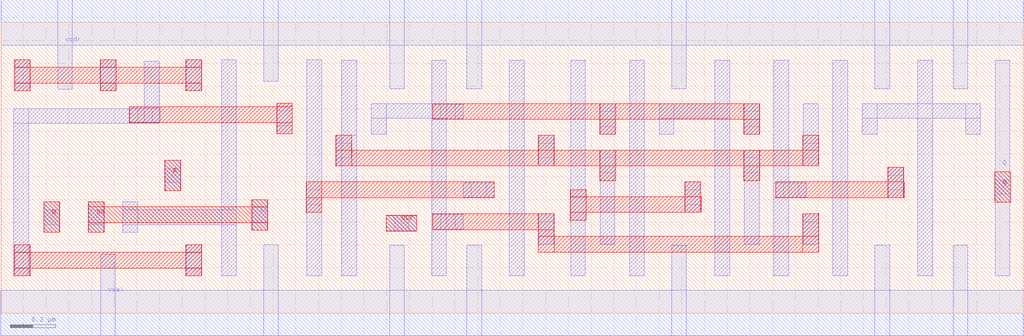
<source format=lef>
VERSION 5.8 ;
BUSBITCHARS "[]" ;
DIVIDERCHAR "/" ;

PROPERTYDEFINITIONS
  LAYER contactResistance REAL ;
END PROPERTYDEFINITIONS

UNITS
  DATABASE MICRONS 2000 ;
END UNITS
MANUFACTURINGGRID 0.0025 ;
LAYER OVERLAP
  TYPE OVERLAP ;
END OVERLAP

LAYER poly
  TYPE MASTERSLICE ;
END poly

LAYER contact
  TYPE CUT ;
  SPACING 0.075 ;
  PROPERTY contactResistance 10.5 ;
END contact

LAYER metal1
  TYPE ROUTING ;
  DIRECTION HORIZONTAL ;
  PITCH 0.19 0.19 ;
  WIDTH 0.065 ;
  SPACING 0.065 ;
  SPACING 0.065 SAMENET ;
  RESISTANCE RPERSQ 0.38 ;
END metal1

LAYER via1
  TYPE CUT ;
  SPACING 0.075 ;
  WIDTH 0.065 ;
  PROPERTY contactResistance 5.69 ;
END via1

LAYER metal2
  TYPE ROUTING ;
  DIRECTION VERTICAL ;
  PITCH 0.19 0.19 ;
  WIDTH 0.07 ;
  SPACING 0.075 ;
  SPACING 0.07 SAMENET ;
  RESISTANCE RPERSQ 0.25 ;
END metal2

LAYER via2
  TYPE CUT ;
  SPACING 0.085 ;
  WIDTH 0.07 ;
  PROPERTY contactResistance 11.39 ;
END via2

LAYER metal3
  TYPE ROUTING ;
  DIRECTION HORIZONTAL ;
  PITCH 0.19 0.19 ;
  WIDTH 0.07 ;
  SPACING 0.07 ;
  SPACING 0.07 SAMENET ;
  RESISTANCE RPERSQ 0.25 ;
END metal3

LAYER via3
  TYPE CUT ;
  SPACING 0.085 ;
  WIDTH 0.07 ;
  PROPERTY contactResistance 16.73 ;
END via3

LAYER metal4
  TYPE ROUTING ;
  DIRECTION VERTICAL ;
  PITCH 0.285 0.285 ;
  WIDTH 0.14 ;
  SPACING 0.14 ;
  SPACING 0.14 SAMENET ;
  RESISTANCE RPERSQ 0.25 ;
END metal4

LAYER via4
  TYPE CUT ;
  SPACING 0.16 ;
  WIDTH 0.14 ;
  PROPERTY contactResistance 21.44 ;
END via4

LAYER metal5
  TYPE ROUTING ;
  DIRECTION HORIZONTAL ;
  PITCH 0.285 0.285 ;
  WIDTH 0.14 ;
  SPACING 0.14 ;
  SPACING 0.14 SAMENET ;
  RESISTANCE RPERSQ 0.25 ;
END metal5

LAYER via5
  TYPE CUT ;
  SPACING 0.16 ;
  WIDTH 0.14 ;
  PROPERTY contactResistance 24.08 ;
END via5

LAYER metal6
  TYPE ROUTING ;
  DIRECTION VERTICAL ;
  PITCH 0.285 0.285 ;
  WIDTH 0.14 ;
  SPACING 0.14 ;
  SPACING 0.14 SAMENET ;
  RESISTANCE RPERSQ 0.25 ;
END metal6

LAYER via6
  TYPE CUT ;
  SPACING 0.16 ;
  WIDTH 0.14 ;
  PROPERTY contactResistance 11.39 ;
END via6

LAYER metal7
  TYPE ROUTING ;
  DIRECTION HORIZONTAL ;
  PITCH 0.855 0.855 ;
  WIDTH 0.4 ;
  SPACING 0.44 ;
  SPACING 0.44 SAMENET ;
  RESISTANCE RPERSQ 0.25 ;
END metal7

LAYER via7
  TYPE CUT ;
  SPACING 0.44 ;
  WIDTH 0.4 ;
  PROPERTY contactResistance 5.69 ;
END via7

LAYER metal8
  TYPE ROUTING ;
  DIRECTION VERTICAL ;
  PITCH 0.855 0.855 ;
  WIDTH 0.4 ;
  SPACING 0.44 ;
  SPACING 0.44 SAMENET ;
  RESISTANCE RPERSQ 0.25 ;
END metal8

LAYER via8
  TYPE CUT ;
  SPACING 0.44 ;
  WIDTH 0.4 ;
  PROPERTY contactResistance 16.73 ;
END via8

LAYER metal9
  TYPE ROUTING ;
  DIRECTION HORIZONTAL ;
  PITCH 1.71 1.71 ;
  WIDTH 0.8 ;
  SPACING 0.8 ;
  SPACING 0.8 SAMENET ;
  RESISTANCE RPERSQ 0.21 ;
END metal9

LAYER via9
  TYPE CUT ;
  SPACING 0.88 ;
  WIDTH 0.8 ;
  PROPERTY contactResistance 21.44 ;
END via9

LAYER metal10
  TYPE ROUTING ;
  DIRECTION VERTICAL ;
  PITCH 1.71 1.71 ;
  WIDTH 0.4 ;
  SPACING 0.8 ;
  SPACING 0.8 SAMENET ;
  RESISTANCE RPERSQ 0.21 ;
END metal10

VIARULE M2_M1 GENERATE
  LAYER metal1 ;
    ENCLOSURE 0 0.035 ;
  LAYER metal2 ;
    ENCLOSURE 0 0.035 ;
  LAYER via1 ;
    RECT -0.0325 -0.0325 0.0325 0.0325 ;
    SPACING 0.14 BY 0.14 ;
END M2_M1

VIARULE M3_M2 GENERATE
  LAYER metal2 ;
    ENCLOSURE 0 0.035 ;
  LAYER metal3 ;
    ENCLOSURE 0 0.035 ;
  LAYER via2 ;
    RECT -0.035 -0.035 0.035 0.035 ;
    SPACING 0.155 BY 0.155 ;
END M3_M2

VIARULE M4_M3 GENERATE
  LAYER metal3 ;
    ENCLOSURE 0 0.035 ;
  LAYER metal4 ;
    ENCLOSURE 0 0 ;
  LAYER via3 ;
    RECT -0.035 -0.035 0.035 0.035 ;
    SPACING 0.155 BY 0.155 ;
END M4_M3

VIARULE M5_M4 GENERATE
  LAYER metal4 ;
    ENCLOSURE 0 0 ;
  LAYER metal5 ;
    ENCLOSURE 0 0 ;
  LAYER via4 ;
    RECT -0.07 -0.07 0.07 0.07 ;
    SPACING 0.3 BY 0.3 ;
END M5_M4

VIARULE M6_M5 GENERATE
  LAYER metal5 ;
    ENCLOSURE 0 0 ;
  LAYER metal6 ;
    ENCLOSURE 0 0 ;
  LAYER via5 ;
    RECT -0.07 -0.07 0.07 0.07 ;
    SPACING 0.3 BY 0.3 ;
END M6_M5

VIARULE M7_M6 GENERATE
  LAYER metal6 ;
    ENCLOSURE 0 0 ;
  LAYER metal7 ;
    ENCLOSURE 0.13 0.13 ;
  LAYER via6 ;
    RECT -0.07 -0.07 0.07 0.07 ;
    SPACING 0.3 BY 0.3 ;
END M7_M6

VIARULE M8_M7 GENERATE
  LAYER metal7 ;
    ENCLOSURE 0 0 ;
  LAYER metal8 ;
    ENCLOSURE 0 0 ;
  LAYER via7 ;
    RECT -0.2 -0.2 0.2 0.2 ;
    SPACING 0.8 BY 0.8 ;
END M8_M7

VIARULE M9_M8 GENERATE
  LAYER metal8 ;
    ENCLOSURE 0 0 ;
  LAYER metal9 ;
    ENCLOSURE 0.2 0.2 ;
  LAYER via8 ;
    RECT -0.2 -0.2 0.2 0.2 ;
    SPACING 0.8 BY 0.8 ;
END M9_M8

VIARULE M10_M9 GENERATE
  LAYER metal9 ;
    ENCLOSURE 0 0 ;
  LAYER metal10 ;
    ENCLOSURE 0 0 ;
  LAYER via9 ;
    RECT -0.4 -0.4 0.4 0.4 ;
    SPACING 1.6 BY 1.6 ;
END M10_M9

VIARULE M1_POLY GENERATE
  LAYER poly ;
    ENCLOSURE 0 0 ;
  LAYER metal1 ;
    ENCLOSURE 0 0.035 ;
  LAYER contact ;
    RECT -0.0325 -0.0325 0.0325 0.0325 ;
    SPACING 0.14 BY 0.14 ;
END M1_POLY

VIA M2_M1_via DEFAULT
  LAYER metal1 ;
    RECT -0.0675 -0.0325 0.0675 0.0325 ;
  LAYER via1 ;
    RECT -0.0325 -0.0325 0.0325 0.0325 ;
  LAYER metal2 ;
    RECT -0.035 -0.0675 0.035 0.0675 ;
END M2_M1_via

VIA M3_M2_via DEFAULT
  LAYER metal2 ;
    RECT -0.035 -0.07 0.035 0.07 ;
  LAYER via2 ;
    RECT -0.035 -0.035 0.035 0.035 ;
  LAYER metal3 ;
    RECT -0.07 -0.035 0.07 0.035 ;
END M3_M2_via

VIA M4_M3_via DEFAULT
  LAYER metal3 ;
    RECT -0.07 -0.035 0.07 0.035 ;
  LAYER via3 ;
    RECT -0.035 -0.035 0.035 0.035 ;
  LAYER metal4 ;
    RECT -0.07 -0.07 0.07 0.07 ;
END M4_M3_via

VIA M5_M4_via DEFAULT
  LAYER metal4 ;
    RECT -0.07 -0.07 0.07 0.07 ;
  LAYER via4 ;
    RECT -0.07 -0.07 0.07 0.07 ;
  LAYER metal5 ;
    RECT -0.07 -0.07 0.07 0.07 ;
END M5_M4_via

VIA M6_M5_via DEFAULT
  LAYER metal5 ;
    RECT -0.07 -0.07 0.07 0.07 ;
  LAYER via5 ;
    RECT -0.07 -0.07 0.07 0.07 ;
  LAYER metal6 ;
    RECT -0.07 -0.07 0.07 0.07 ;
END M6_M5_via

VIA M7_M6_via DEFAULT
  LAYER metal6 ;
    RECT -0.07 -0.07 0.07 0.07 ;
  LAYER via6 ;
    RECT -0.07 -0.07 0.07 0.07 ;
  LAYER metal7 ;
    RECT -0.2 -0.2 0.2 0.2 ;
END M7_M6_via

VIA M8_M7_via DEFAULT
  LAYER metal7 ;
    RECT -0.2 -0.2 0.2 0.2 ;
  LAYER via7 ;
    RECT -0.2 -0.2 0.2 0.2 ;
  LAYER metal8 ;
    RECT -0.2 -0.2 0.2 0.2 ;
END M8_M7_via

VIA M9_M8_via DEFAULT
  LAYER metal8 ;
    RECT -0.2 -0.2 0.2 0.2 ;
  LAYER via8 ;
    RECT -0.2 -0.2 0.2 0.2 ;
  LAYER metal9 ;
    RECT -0.4 -0.4 0.4 0.4 ;
END M9_M8_via

VIA M10_M9_via DEFAULT
  LAYER metal9 ;
    RECT -0.4 -0.4 0.4 0.4 ;
  LAYER via9 ;
    RECT -0.4 -0.4 0.4 0.4 ;
  LAYER metal10 ;
    RECT -0.4 -0.4 0.4 0.4 ;
END M10_M9_via

VIA M2_M1_viaB DEFAULT
  LAYER metal1 ;
    RECT -0.0675 -0.0325 0.0675 0.0325 ;
  LAYER via1 ;
    RECT -0.0325 -0.0325 0.0325 0.0325 ;
  LAYER metal2 ;
    RECT -0.0675 -0.035 0.0675 0.035 ;
END M2_M1_viaB

VIA M2_M1_viaC DEFAULT
  LAYER metal1 ;
    RECT -0.0325 -0.0675 0.0325 0.0675 ;
  LAYER via1 ;
    RECT -0.0325 -0.0325 0.0325 0.0325 ;
  LAYER metal2 ;
    RECT -0.035 -0.0675 0.035 0.0675 ;
END M2_M1_viaC

VIA M3_M2_viaB DEFAULT
  LAYER metal2 ;
    RECT -0.035 -0.07 0.035 0.07 ;
  LAYER via2 ;
    RECT -0.035 -0.035 0.035 0.035 ;
  LAYER metal3 ;
    RECT -0.035 -0.07 0.035 0.07 ;
END M3_M2_viaB

VIA M3_M2_viaC DEFAULT
  LAYER metal2 ;
    RECT -0.07 -0.035 0.07 0.035 ;
  LAYER via2 ;
    RECT -0.035 -0.035 0.035 0.035 ;
  LAYER metal3 ;
    RECT -0.07 -0.035 0.07 0.035 ;
END M3_M2_viaC

VIA M4_M3_viaB DEFAULT
  LAYER metal3 ;
    RECT -0.035 -0.07 0.035 0.07 ;
  LAYER via3 ;
    RECT -0.035 -0.035 0.035 0.035 ;
  LAYER metal4 ;
    RECT -0.07 -0.07 0.07 0.07 ;
END M4_M3_viaB

SITE CoreSite
  CLASS CORE ;
  SYMMETRY Y ;
  SIZE 0.005 BY 1.28 ;
END CoreSite

MACRO A2DFF
  CLASS CORE ;
  ORIGIN 0 -0.1 ;
  FOREIGN A2DFF 0 0.1 ;
  SIZE 3.7975 BY 1.28 ;
  SYMMETRY X Y ;
  SITE CoreSite ;
  PIN vdd!
    DIRECTION INOUT ;
    USE POWER ;
    SHAPE ABUTMENT ;
    PORT
      LAYER metal1 ;
        RECT 0 1.28 3.7975 1.48 ;
        RECT 3.4875 1.09 3.5525 1.48 ;
        RECT 3.1425 1.09 3.2075 1.48 ;
        RECT 2.2475 1.09 2.3125 1.48 ;
        RECT 1.345 1.09 1.41 1.48 ;
        RECT 1.005 1.09 1.07 1.48 ;
        RECT 0.435 1.05 0.5 1.48 ;
        RECT 0.06 1.05 0.125 1.48 ;
    END
  END vdd!
  PIN vss!
    DIRECTION INOUT ;
    USE GROUND ;
    SHAPE ABUTMENT ;
    PORT
      LAYER metal1 ;
        RECT 0 0 3.7975 0.2 ;
        RECT 3.4875 0 3.5525 0.4 ;
        RECT 3.1425 0 3.2075 0.4 ;
        RECT 2.2475 0 2.3125 0.4 ;
        RECT 1.345 0 1.41 0.4 ;
        RECT 1.005 0 1.07 0.4 ;
        RECT 0.435 0 0.5 0.43 ;
    END
  END vss!
  PIN A
    DIRECTION INPUT ;
    USE SIGNAL ;
    PORT
      LAYER metal1 ;
        RECT 0.37 0.5175 0.505 0.5825 ;
      LAYER metal2 ;
        RECT 0.37 0.515 0.505 0.585 ;
      LAYER via1 ;
        RECT 0.405 0.5175 0.47 0.5825 ;
    END
  END A
  PIN B
    DIRECTION INPUT ;
    USE SIGNAL ;
    PORT
      LAYER metal1 ;
        RECT 0.165 0.5175 0.3 0.5825 ;
      LAYER metal2 ;
        RECT 0.165 0.515 0.3 0.585 ;
      LAYER via1 ;
        RECT 0.2 0.5175 0.265 0.5825 ;
    END
  END B
  PIN CLK
    DIRECTION INPUT ;
    USE SIGNAL ;
    PORT
      LAYER metal1 ;
        RECT 0.99 0.465 1.125 0.53 ;
      LAYER metal2 ;
        RECT 0.99 0.4625 1.125 0.5325 ;
      LAYER via1 ;
        RECT 1.025 0.465 1.09 0.53 ;
    END
  END CLK
  PIN Q
    DIRECTION OUTPUT ;
    USE SIGNAL ;
    PORT
      LAYER metal1 ;
        RECT 3.6725 0.265 3.7375 1.215 ;
      LAYER metal2 ;
        RECT 3.67 0.59 3.74 0.725 ;
      LAYER via1 ;
        RECT 3.6725 0.625 3.7375 0.69 ;
    END
  END Q
  OBS
    LAYER metal1 ;
      RECT 3.3325 0.265 3.3975 1.215 ;
      RECT 3.0875 0.96 3.6075 1.025 ;
      RECT 3.5425 0.89 3.6075 1.025 ;
      RECT 3.0875 0.89 3.1525 1.025 ;
      RECT 2.6975 0.265 2.7625 1.215 ;
      RECT 2.6975 0.6125 2.84 0.6775 ;
      RECT 2.4375 0.265 2.5025 1.215 ;
      RECT 2.1925 0.96 2.5025 1.025 ;
      RECT 2.1925 0.89 2.2575 1.025 ;
      RECT 1.19 0.265 1.255 1.215 ;
      RECT 0.945 0.96 1.255 1.025 ;
      RECT 1.19 0.9575 1.33 1.0225 ;
      RECT 0.945 0.89 1.01 1.025 ;
      RECT 1.19 0.4725 1.33 0.5375 ;
      RECT 0.795 0.265 0.86 1.215 ;
      RECT 0.795 0.75 0.8775 0.885 ;
      RECT 0.2475 0.92 0.3125 1.215 ;
      RECT 0.035 0.92 0.57 0.985 ;
      RECT 0.505 0.85 0.57 0.985 ;
      RECT 0.035 0.265 0.1 0.985 ;
      RECT 0.035 0.265 0.125 0.4525 ;
      RECT 3.2025 0.61 3.2675 0.745 ;
      RECT 2.9575 0.265 3.0225 1.215 ;
      RECT 2.8275 0.405 2.8925 0.54 ;
      RECT 2.8275 0.75 2.8925 1.025 ;
      RECT 2.5675 0.405 2.6325 0.82 ;
      RECT 2.5675 0.89 2.6325 1.025 ;
      RECT 2.3075 0.545 2.3725 0.68 ;
      RECT 2.0625 0.265 2.1275 1.215 ;
      RECT 1.9325 0.405 1.9975 0.82 ;
      RECT 1.9325 0.89 1.9975 1.025 ;
      RECT 1.8025 0.265 1.8675 1.215 ;
      RECT 1.6625 0.405 1.7275 0.54 ;
      RECT 1.6625 0.75 1.7275 0.885 ;
      RECT 1.5325 0.265 1.5975 1.215 ;
      RECT 1.33 0.6125 1.465 0.6775 ;
      RECT 0.64 0.265 0.705 1.215 ;
    LAYER metal2 ;
      RECT 3.2 0.61 3.27 0.745 ;
      RECT 2.705 0.61 3.2725 0.68 ;
      RECT 2.825 0.37 2.895 0.54 ;
      RECT 1.195 0.47 1.73 0.54 ;
      RECT 1.66 0.37 1.73 0.54 ;
      RECT 1.66 0.37 2.895 0.44 ;
      RECT 2.825 0.75 2.895 0.885 ;
      RECT 1.66 0.75 1.73 0.885 ;
      RECT 0.81 0.75 0.88 0.885 ;
      RECT 0.81 0.75 2.895 0.82 ;
      RECT 2.565 0.685 2.635 0.82 ;
      RECT 1.93 0.685 2 0.82 ;
      RECT 1.195 0.955 2.635 1.025 ;
      RECT 2.565 0.89 2.635 1.025 ;
      RECT 1.93 0.89 2 1.025 ;
      RECT 2.305 0.545 2.375 0.68 ;
      RECT 1.8 0.51 1.87 0.645 ;
      RECT 1.8 0.545 2.3775 0.615 ;
      RECT 0.6375 0.5725 0.7075 0.7075 ;
      RECT 0.6375 0.61 1.465 0.68 ;
    LAYER via1 ;
      RECT 3.2025 0.645 3.2675 0.71 ;
      RECT 2.8275 0.44 2.8925 0.505 ;
      RECT 2.8275 0.785 2.8925 0.85 ;
      RECT 2.74 0.6125 2.805 0.6775 ;
      RECT 2.5675 0.72 2.6325 0.785 ;
      RECT 2.5675 0.925 2.6325 0.99 ;
      RECT 2.3075 0.58 2.3725 0.645 ;
      RECT 1.9325 0.72 1.9975 0.785 ;
      RECT 1.9325 0.925 1.9975 0.99 ;
      RECT 1.8025 0.545 1.8675 0.61 ;
      RECT 1.6625 0.44 1.7275 0.505 ;
      RECT 1.6625 0.785 1.7275 0.85 ;
      RECT 1.365 0.6125 1.43 0.6775 ;
      RECT 1.23 0.4725 1.295 0.5375 ;
      RECT 1.23 0.9575 1.295 1.0225 ;
      RECT 0.8125 0.785 0.8775 0.85 ;
      RECT 0.64 0.6075 0.705 0.6725 ;
  END
END A2DFF

MACRO AND2
  CLASS CORE ;
  ORIGIN 0 -0.1 ;
  FOREIGN AND2 0 0.1 ;
  SIZE 0.765 BY 1.28 ;
  SYMMETRY X Y ;
  SITE CoreSite ;
  PIN vdd!
    DIRECTION INOUT ;
    USE POWER ;
    SHAPE ABUTMENT ;
    PORT
      LAYER metal1 ;
        RECT 0 1.28 0.765 1.48 ;
        RECT 0.64 1.05 0.705 1.48 ;
        RECT 0.265 1.05 0.33 1.48 ;
    END
  END vdd!
  PIN vss!
    DIRECTION INOUT ;
    USE GROUND ;
    SHAPE ABUTMENT ;
    PORT
      LAYER metal1 ;
        RECT 0 0 0.765 0.2 ;
        RECT 0.265 0 0.33 0.43 ;
    END
  END vss!
  PIN A
    DIRECTION INPUT ;
    USE SIGNAL ;
    PORT
      LAYER metal1 ;
        RECT 0.26 0.5175 0.395 0.5825 ;
      LAYER metal2 ;
        RECT 0.26 0.515 0.395 0.585 ;
      LAYER via1 ;
        RECT 0.295 0.5175 0.36 0.5825 ;
    END
  END A
  PIN B
    DIRECTION INPUT ;
    USE SIGNAL ;
    PORT
      LAYER metal1 ;
        RECT 0.465 0.5175 0.6 0.5825 ;
      LAYER metal2 ;
        RECT 0.465 0.515 0.6 0.585 ;
      LAYER via1 ;
        RECT 0.5 0.5175 0.565 0.5825 ;
    END
  END B
  PIN Z
    DIRECTION OUTPUT ;
    USE SIGNAL ;
    PORT
      LAYER metal1 ;
        RECT 0.06 0.265 0.125 1.215 ;
      LAYER metal2 ;
        RECT 0.0575 0.85 0.1275 0.985 ;
      LAYER via1 ;
        RECT 0.06 0.885 0.125 0.95 ;
    END
  END Z
  OBS
    LAYER metal1 ;
      RECT 0.4525 0.86 0.5175 1.215 ;
      RECT 0.195 0.92 0.5175 0.985 ;
      RECT 0.665 0.265 0.73 0.925 ;
      RECT 0.4525 0.86 0.73 0.925 ;
      RECT 0.195 0.85 0.26 0.985 ;
      RECT 0.64 0.265 0.73 0.4525 ;
  END
END AND2

MACRO AO21
  CLASS CORE ;
  ORIGIN 0 -0.1 ;
  FOREIGN AO21 0 0.1 ;
  SIZE 1 BY 1.28 ;
  SYMMETRY X Y ;
  SITE CoreSite ;
  PIN vdd!
    DIRECTION INOUT ;
    USE POWER ;
    SHAPE ABUTMENT ;
    PORT
      LAYER metal1 ;
        RECT 0 1.28 1 1.48 ;
        RECT 0.67 0.94 0.735 1.48 ;
    END
  END vdd!
  PIN vss!
    DIRECTION INOUT ;
    USE GROUND ;
    SHAPE ABUTMENT ;
    PORT
      LAYER metal1 ;
        RECT 0.0025 0 1 0.2 ;
        RECT 0.67 0 0.735 0.4 ;
        RECT 0.085 0 0.15 0.42 ;
    END
  END vss!
  PIN A
    DIRECTION INPUT ;
    USE SIGNAL ;
    PORT
      LAYER metal1 ;
        RECT 0.145 0.565 0.21 0.7 ;
      LAYER metal2 ;
        RECT 0.1425 0.565 0.2125 0.7 ;
      LAYER via1 ;
        RECT 0.145 0.6 0.21 0.665 ;
    END
  END A
  PIN B
    DIRECTION INPUT ;
    USE SIGNAL ;
    PORT
      LAYER metal1 ;
        RECT 0.405 0.74 0.54 0.805 ;
      LAYER metal2 ;
        RECT 0.405 0.7375 0.54 0.8075 ;
      LAYER via1 ;
        RECT 0.44 0.74 0.505 0.805 ;
    END
  END B
  PIN C
    DIRECTION INPUT ;
    USE SIGNAL ;
    PORT
      LAYER metal1 ;
        RECT 0.59 0.465 0.725 0.53 ;
      LAYER metal2 ;
        RECT 0.59 0.4625 0.725 0.5325 ;
      LAYER via1 ;
        RECT 0.625 0.465 0.69 0.53 ;
    END
  END C
  PIN Z
    DIRECTION OUTPUT ;
    USE SIGNAL ;
    PORT
      LAYER metal1 ;
        RECT 0.875 0.265 0.94 1.215 ;
      LAYER metal2 ;
        RECT 0.8725 1.08 0.9425 1.215 ;
      LAYER via1 ;
        RECT 0.875 1.115 0.94 1.18 ;
    END
  END Z
  OBS
    LAYER metal1 ;
      RECT 0.275 0.595 0.34 1.085 ;
      RECT 0.745 0.595 0.81 0.73 ;
      RECT 0.275 0.595 0.81 0.66 ;
      RECT 0.46 0.27 0.525 0.66 ;
      RECT 0.085 1.15 0.5375 1.215 ;
      RECT 0.4725 1.08 0.5375 1.215 ;
      RECT 0.085 1.08 0.15 1.215 ;
  END
END AO21

MACRO AOI21
  CLASS CORE ;
  ORIGIN 0 -0.1 ;
  FOREIGN AOI21 0 0.1 ;
  SIZE 0.7875 BY 1.28 ;
  SYMMETRY X Y ;
  SITE CoreSite ;
  PIN vdd!
    DIRECTION INOUT ;
    USE POWER ;
    SHAPE ABUTMENT ;
    PORT
      LAYER metal1 ;
        RECT 0 1.28 0.7875 1.48 ;
        RECT 0.27 0.94 0.335 1.48 ;
    END
  END vdd!
  PIN vss!
    DIRECTION INOUT ;
    USE GROUND ;
    SHAPE ABUTMENT ;
    PORT
      LAYER metal1 ;
        RECT 0.0025 0 0.7875 0.2 ;
        RECT 0.6625 0 0.7275 0.42 ;
        RECT 0.0625 0 0.1275 0.42 ;
    END
  END vss!
  PIN A
    DIRECTION INPUT ;
    USE SIGNAL ;
    PORT
      LAYER metal1 ;
        RECT 0.0525 0.49 0.1875 0.555 ;
      LAYER metal2 ;
        RECT 0.0525 0.4875 0.1875 0.5575 ;
      LAYER via1 ;
        RECT 0.0875 0.49 0.1525 0.555 ;
    END
  END A
  PIN B
    DIRECTION INPUT ;
    USE SIGNAL ;
    PORT
      LAYER metal1 ;
        RECT 0.2575 0.49 0.3925 0.555 ;
      LAYER metal2 ;
        RECT 0.2575 0.4875 0.3925 0.5575 ;
      LAYER via1 ;
        RECT 0.2925 0.49 0.3575 0.555 ;
    END
  END B
  PIN C
    DIRECTION INPUT ;
    USE SIGNAL ;
    PORT
      LAYER metal1 ;
        RECT 0.605 0.4875 0.74 0.5525 ;
      LAYER metal2 ;
        RECT 0.605 0.485 0.74 0.555 ;
      LAYER via1 ;
        RECT 0.64 0.4875 0.705 0.5525 ;
    END
  END C
  PIN Z
    DIRECTION OUTPUT ;
    USE SIGNAL ;
    PORT
      LAYER metal1 ;
        RECT 0.6625 0.685 0.77 0.82 ;
        RECT 0.6625 0.62 0.7275 1.215 ;
        RECT 0.4575 0.62 0.7275 0.685 ;
        RECT 0.4575 0.27 0.5225 0.685 ;
      LAYER metal2 ;
        RECT 0.7025 0.685 0.7725 0.82 ;
      LAYER via1 ;
        RECT 0.705 0.72 0.77 0.785 ;
    END
  END Z
  OBS
    LAYER metal1 ;
      RECT 0.465 0.81 0.53 1.215 ;
      RECT 0.0625 0.81 0.1275 1.215 ;
      RECT 0.0625 0.81 0.53 0.875 ;
  END
END AOI21

MACRO BUF
  CLASS CORE ;
  ORIGIN 0 -0.1 ;
  FOREIGN BUF 0 0.1 ;
  SIZE 0.56 BY 1.28 ;
  SYMMETRY X Y ;
  SITE CoreSite ;
  PIN A
    DIRECTION INPUT ;
    USE SIGNAL ;
    PORT
      LAYER metal2 ;
        RECT 0.2975 0.485 0.3675 0.62 ;
      LAYER metal1 ;
        RECT 0.3 0.485 0.365 0.62 ;
      LAYER via1 ;
        RECT 0.3 0.52 0.365 0.585 ;
    END
  END A
  PIN Z
    DIRECTION OUTPUT ;
    USE SIGNAL ;
    PORT
      LAYER metal1 ;
        RECT 0.06 0.265 0.125 1.215 ;
    END
  END Z
  PIN vdd!
    DIRECTION INOUT ;
    USE POWER ;
    SHAPE ABUTMENT ;
    PORT
      LAYER metal1 ;
        RECT 0 1.28 0.5625 1.48 ;
        RECT 0.25 1.05 0.315 1.48 ;
    END
  END vdd!
  PIN vss!
    DIRECTION INOUT ;
    USE GROUND ;
    SHAPE ABUTMENT ;
    PORT
      LAYER metal1 ;
        RECT 0 0 0.56 0.2 ;
        RECT 0.25 0 0.315 0.42 ;
    END
  END vss!
  OBS
    LAYER metal1 ;
      RECT 0.435 0.265 0.5 1.215 ;
      RECT 0.19 0.85 0.255 0.985 ;
      RECT 0.19 0.885 0.5 0.95 ;
  END
END BUF

MACRO DFF
  CLASS CORE ;
  ORIGIN 0 -0.1 ;
  FOREIGN DFF 0 0.1 ;
  SIZE 3.0425 BY 1.28 ;
  SYMMETRY X Y ;
  SITE CoreSite ;
  PIN vdd!
    DIRECTION INOUT ;
    USE POWER ;
    SHAPE ABUTMENT ;
    PORT
      LAYER metal1 ;
        RECT 0 1.28 3.0425 1.48 ;
        RECT 2.7325 1.09 2.7975 1.48 ;
        RECT 2.3875 1.09 2.4525 1.48 ;
        RECT 1.4925 1.09 1.5575 1.48 ;
        RECT 0.59 1.09 0.655 1.48 ;
        RECT 0.25 1.09 0.315 1.48 ;
    END
  END vdd!
  PIN vss!
    DIRECTION INOUT ;
    USE GROUND ;
    SHAPE ABUTMENT ;
    PORT
      LAYER metal1 ;
        RECT 0 0 3.0425 0.2 ;
        RECT 2.7325 0 2.7975 0.4 ;
        RECT 2.3875 0 2.4525 0.4 ;
        RECT 1.4925 0 1.5575 0.4 ;
        RECT 0.59 0 0.655 0.4 ;
        RECT 0.25 0 0.315 0.4 ;
    END
  END vss!
  PIN CLK
    DIRECTION INPUT ;
    USE SIGNAL ;
    PORT
      LAYER metal1 ;
        RECT 0.3 0.465 0.365 0.6 ;
      LAYER metal2 ;
        RECT 0.2975 0.465 0.3675 0.6 ;
      LAYER via1 ;
        RECT 0.3 0.5 0.365 0.565 ;
    END
  END CLK
  PIN D
    DIRECTION INPUT ;
    USE SIGNAL ;
    PORT
      LAYER metal1 ;
        RECT 0.575 0.5625 0.71 0.6275 ;
      LAYER metal2 ;
        RECT 0.575 0.56 0.71 0.63 ;
      LAYER via1 ;
        RECT 0.61 0.5625 0.675 0.6275 ;
    END
  END D
  PIN Q
    DIRECTION OUTPUT ;
    USE SIGNAL ;
    PORT
      LAYER metal1 ;
        RECT 2.9175 0.265 2.9825 1.215 ;
      LAYER metal2 ;
        RECT 2.915 0.59 2.985 0.725 ;
      LAYER via1 ;
        RECT 2.9175 0.625 2.9825 0.69 ;
    END
  END Q
  OBS
    LAYER metal1 ;
      RECT 2.5775 0.265 2.6425 1.215 ;
      RECT 2.3325 0.96 2.8525 1.025 ;
      RECT 2.7875 0.89 2.8525 1.025 ;
      RECT 2.3325 0.89 2.3975 1.025 ;
      RECT 1.9425 0.265 2.0075 1.215 ;
      RECT 1.9425 0.6125 2.085 0.6775 ;
      RECT 1.6825 0.265 1.7475 1.215 ;
      RECT 1.4375 0.96 1.7475 1.025 ;
      RECT 1.4375 0.89 1.5025 1.025 ;
      RECT 0.435 0.265 0.5 1.215 ;
      RECT 0.19 0.96 0.5 1.025 ;
      RECT 0.435 0.9575 0.575 1.0225 ;
      RECT 0.19 0.89 0.255 1.025 ;
      RECT 0.06 0.265 0.125 1.215 ;
      RECT 0.02 0.75 0.125 0.885 ;
      RECT 2.4475 0.61 2.5125 0.745 ;
      RECT 2.2025 0.265 2.2675 1.215 ;
      RECT 2.0725 0.405 2.1375 0.54 ;
      RECT 2.0725 0.75 2.1375 1.025 ;
      RECT 1.8125 0.405 1.8775 0.82 ;
      RECT 1.8125 0.89 1.8775 1.025 ;
      RECT 1.5525 0.545 1.6175 0.68 ;
      RECT 1.3075 0.265 1.3725 1.215 ;
      RECT 1.1775 0.405 1.2425 0.82 ;
      RECT 1.1775 0.89 1.2425 1.025 ;
      RECT 1.0475 0.265 1.1125 1.215 ;
      RECT 0.9075 0.405 0.9725 0.54 ;
      RECT 0.9075 0.75 0.9725 0.885 ;
      RECT 0.7775 0.265 0.8425 1.215 ;
    LAYER metal2 ;
      RECT 2.445 0.61 2.515 0.745 ;
      RECT 1.95 0.61 2.5175 0.68 ;
      RECT 2.07 0.37 2.14 0.54 ;
      RECT 0.905 0.3675 0.975 0.54 ;
      RECT 0.905 0.37 2.14 0.44 ;
      RECT 0.4325 0.3675 0.975 0.4375 ;
      RECT 0.4325 0.3025 0.5025 0.4375 ;
      RECT 2.07 0.75 2.14 0.885 ;
      RECT 0.905 0.75 0.975 0.885 ;
      RECT 0.0175 0.75 0.0875 0.885 ;
      RECT 0.0175 0.75 2.14 0.82 ;
      RECT 1.81 0.685 1.88 0.82 ;
      RECT 1.175 0.685 1.245 0.82 ;
      RECT 0.44 0.955 1.88 1.025 ;
      RECT 1.81 0.89 1.88 1.025 ;
      RECT 1.175 0.89 1.245 1.025 ;
      RECT 1.55 0.545 1.62 0.68 ;
      RECT 1.045 0.51 1.115 0.645 ;
      RECT 1.045 0.545 1.6225 0.615 ;
    LAYER via1 ;
      RECT 2.4475 0.645 2.5125 0.71 ;
      RECT 2.0725 0.44 2.1375 0.505 ;
      RECT 2.0725 0.785 2.1375 0.85 ;
      RECT 1.985 0.6125 2.05 0.6775 ;
      RECT 1.8125 0.72 1.8775 0.785 ;
      RECT 1.8125 0.925 1.8775 0.99 ;
      RECT 1.5525 0.58 1.6175 0.645 ;
      RECT 1.1775 0.72 1.2425 0.785 ;
      RECT 1.1775 0.925 1.2425 0.99 ;
      RECT 1.0475 0.545 1.1125 0.61 ;
      RECT 0.9075 0.44 0.9725 0.505 ;
      RECT 0.9075 0.785 0.9725 0.85 ;
      RECT 0.475 0.9575 0.54 1.0225 ;
      RECT 0.435 0.3375 0.5 0.4025 ;
      RECT 0.02 0.785 0.085 0.85 ;
  END
END DFF

MACRO INV
  CLASS CORE ;
  ORIGIN 0 -0.1 ;
  FOREIGN INV 0 0.1 ;
  SIZE 0.37 BY 1.28 ;
  SYMMETRY X Y ;
  SITE CoreSite ;
  PIN vdd!
    DIRECTION INOUT ;
    USE POWER ;
    SHAPE ABUTMENT ;
    PORT
      LAYER metal1 ;
        RECT 0 1.28 0.3725 1.48 ;
        RECT 0.06 1.05 0.125 1.48 ;
    END
  END vdd!
  PIN vss!
    DIRECTION INOUT ;
    USE GROUND ;
    SHAPE ABUTMENT ;
    PORT
      LAYER metal1 ;
        RECT 0 0 0.37 0.2 ;
        RECT 0.06 0 0.125 0.4 ;
    END
  END vss!
  PIN A
    DIRECTION INPUT ;
    USE SIGNAL ;
    PORT
      LAYER metal1 ;
        RECT 0.045 0.5175 0.18 0.5825 ;
      LAYER metal2 ;
        RECT 0.045 0.515 0.18 0.585 ;
      LAYER via1 ;
        RECT 0.08 0.5175 0.145 0.5825 ;
    END
  END A
  PIN Z
    DIRECTION OUTPUT ;
    USE SIGNAL ;
    PORT
      LAYER metal1 ;
        RECT 0.245 0.265 0.31 1.215 ;
      LAYER metal2 ;
        RECT 0.2425 0.27 0.3125 0.405 ;
      LAYER via1 ;
        RECT 0.245 0.305 0.31 0.37 ;
    END
  END Z
END INV

MACRO LATCH
  CLASS CORE ;
  ORIGIN 0 -0.1 ;
  FOREIGN LATCH 0 0.1 ;
  SIZE 1.8 BY 1.28 ;
  SYMMETRY X Y ;
  SITE CoreSite ;
  PIN Q
    DIRECTION OUTPUT ;
    USE SIGNAL ;
    PORT
      LAYER metal1 ;
        RECT 1.675 0.265 1.74 1.215 ;
        RECT 1.4275 0.465 1.74 0.53 ;
        RECT 1.4275 0.465 1.4925 0.6 ;
    END
  END Q
  PIN vdd!
    DIRECTION INOUT ;
    USE POWER ;
    SHAPE ABUTMENT ;
    PORT
      LAYER metal1 ;
        RECT 0 1.28 1.8 1.48 ;
        RECT 1.485 1.09 1.55 1.48 ;
        RECT 0.59 1.05 0.655 1.48 ;
        RECT 0.25 1.09 0.315 1.48 ;
    END
  END vdd!
  PIN vss!
    DIRECTION INOUT ;
    USE GROUND ;
    SHAPE ABUTMENT ;
    PORT
      LAYER metal1 ;
        RECT 0 0 1.8 0.2 ;
        RECT 1.485 0 1.55 0.4 ;
        RECT 0.59 0 0.655 0.4 ;
        RECT 0.25 0 0.315 0.4 ;
    END
  END vss!
  PIN D
    DIRECTION INPUT ;
    USE SIGNAL ;
    PORT
      LAYER metal2 ;
        RECT 0.575 0.61 0.71 0.68 ;
      LAYER metal1 ;
        RECT 0.575 0.6125 0.71 0.6775 ;
      LAYER via1 ;
        RECT 0.61 0.6125 0.675 0.6775 ;
    END
  END D
  PIN EN
    DIRECTION INPUT ;
    USE SIGNAL ;
    PORT
      LAYER metal2 ;
        RECT 0.2975 0.465 0.3675 0.6 ;
      LAYER metal1 ;
        RECT 0.3 0.465 0.365 0.6 ;
      LAYER via1 ;
        RECT 0.3 0.5 0.365 0.565 ;
    END
  END EN
  OBS
    LAYER metal1 ;
      RECT 1.0375 0.265 1.1025 1.215 ;
      RECT 1.0375 0.6125 1.18 0.6775 ;
      RECT 0.435 0.265 0.5 1.215 ;
      RECT 0.19 0.96 0.5 1.025 ;
      RECT 0.19 0.89 0.255 1.025 ;
      RECT 0.435 0.8925 0.575 0.9575 ;
      RECT 0.435 0.4725 0.575 0.5375 ;
      RECT 0.06 0.265 0.125 1.215 ;
      RECT 0.02 0.75 0.125 0.885 ;
      RECT 1.545 0.6625 1.61 0.7975 ;
      RECT 1.2975 0.265 1.3625 1.215 ;
      RECT 1.1675 0.405 1.2325 0.54 ;
      RECT 1.1675 0.75 1.2325 0.885 ;
      RECT 0.9075 0.405 0.9725 0.82 ;
      RECT 0.9075 0.89 0.9725 1.025 ;
      RECT 0.7775 0.265 0.8425 1.215 ;
    LAYER metal2 ;
      RECT 1.5425 0.61 1.6125 0.7975 ;
      RECT 1.045 0.61 1.6125 0.68 ;
      RECT 0.44 0.47 1.235 0.54 ;
      RECT 1.165 0.405 1.235 0.54 ;
      RECT 1.165 0.75 1.235 0.885 ;
      RECT 0.0175 0.75 0.0875 0.885 ;
      RECT 0.0175 0.75 1.235 0.82 ;
      RECT 0.905 0.685 0.975 0.82 ;
      RECT 0.905 0.89 0.975 1.025 ;
      RECT 0.44 0.89 0.975 0.96 ;
    LAYER via1 ;
      RECT 1.545 0.6975 1.61 0.7625 ;
      RECT 1.1675 0.44 1.2325 0.505 ;
      RECT 1.1675 0.785 1.2325 0.85 ;
      RECT 1.08 0.6125 1.145 0.6775 ;
      RECT 0.9075 0.72 0.9725 0.785 ;
      RECT 0.9075 0.925 0.9725 0.99 ;
      RECT 0.475 0.4725 0.54 0.5375 ;
      RECT 0.475 0.8925 0.54 0.9575 ;
      RECT 0.02 0.785 0.085 0.85 ;
  END
END LATCH

MACRO M2DFF
  CLASS CORE ;
  ORIGIN -0.0025 -0.1 ;
  FOREIGN M2DFF 0.0025 0.1 ;
  SIZE 4.5025 BY 1.28 ;
  SYMMETRY X Y ;
  SITE CoreSite ;
  PIN vdd!
    DIRECTION INOUT ;
    USE POWER ;
    SHAPE ABUTMENT ;
    PORT
      LAYER metal1 ;
        RECT 0.0025 1.28 4.505 1.48 ;
        RECT 4.195 1.0875 4.26 1.48 ;
        RECT 3.85 1.0875 3.915 1.48 ;
        RECT 2.955 1.0875 3.02 1.48 ;
        RECT 2.0525 1.0875 2.1175 1.48 ;
        RECT 1.7125 1.0875 1.7775 1.48 ;
        RECT 1.1575 1.12 1.2225 1.48 ;
        RECT 0.25 1.085 0.315 1.48 ;
    END
  END vdd!
  PIN vss!
    DIRECTION INOUT ;
    USE GROUND ;
    SHAPE ABUTMENT ;
    PORT
      LAYER metal1 ;
        RECT 0 0 4.505 0.2 ;
        RECT 4.195 0 4.26 0.3975 ;
        RECT 3.85 0 3.915 0.3975 ;
        RECT 2.955 0 3.02 0.3975 ;
        RECT 2.0525 0 2.1175 0.3975 ;
        RECT 1.7125 0 1.7775 0.3975 ;
        RECT 1.1575 0 1.2225 0.4 ;
        RECT 0.44 0 0.505 0.36 ;
    END
  END vss!
  PIN A
    DIRECTION INPUT ;
    USE SIGNAL ;
    PORT
      LAYER metal1 ;
        RECT 0.725 0.6375 0.79 0.7725 ;
      LAYER metal2 ;
        RECT 0.7225 0.6375 0.7925 0.7725 ;
      LAYER via1 ;
        RECT 0.725 0.6725 0.79 0.7375 ;
    END
  END A
  PIN B
    DIRECTION INPUT ;
    USE SIGNAL ;
    PORT
      LAYER metal1 ;
        RECT 0.1925 0.455 0.2575 0.59 ;
      LAYER metal2 ;
        RECT 0.19 0.455 0.26 0.59 ;
      LAYER via1 ;
        RECT 0.1925 0.49 0.2575 0.555 ;
    END
  END B
  PIN CLK
    DIRECTION INPUT ;
    USE SIGNAL ;
    PORT
      LAYER metal1 ;
        RECT 1.6975 0.4625 1.8325 0.5275 ;
      LAYER metal2 ;
        RECT 1.6975 0.46 1.8325 0.53 ;
      LAYER via1 ;
        RECT 1.7325 0.4625 1.7975 0.5275 ;
    END
  END CLK
  PIN Q
    DIRECTION OUTPUT ;
    USE SIGNAL ;
    PORT
      LAYER metal1 ;
        RECT 4.38 0.265 4.445 1.2125 ;
      LAYER metal2 ;
        RECT 4.3775 0.5875 4.4475 0.7225 ;
      LAYER via1 ;
        RECT 4.38 0.6225 4.445 0.6875 ;
    END
  END Q
  PIN S0
    DIRECTION INPUT ;
    USE SIGNAL ;
    PORT
      LAYER metal1 ;
        RECT 1.1075 0.465 1.1725 0.6 ;
        RECT 0.3875 0.455 0.4525 0.59 ;
      LAYER metal2 ;
        RECT 1.105 0.465 1.175 0.6 ;
        RECT 0.385 0.4975 1.175 0.5675 ;
        RECT 0.385 0.455 0.455 0.59 ;
      LAYER via1 ;
        RECT 0.3875 0.49 0.4525 0.555 ;
        RECT 1.1075 0.5 1.1725 0.565 ;
    END
  END S0
  OBS
    LAYER metal1 ;
      RECT 4.04 0.265 4.105 1.2125 ;
      RECT 3.795 0.9575 4.315 1.0225 ;
      RECT 4.25 0.8875 4.315 1.0225 ;
      RECT 3.795 0.8875 3.86 1.0225 ;
      RECT 3.405 0.265 3.47 1.2125 ;
      RECT 3.405 0.61 3.5475 0.675 ;
      RECT 3.145 0.265 3.21 1.2125 ;
      RECT 2.9 0.9575 3.21 1.0225 ;
      RECT 2.9 0.8875 2.965 1.0225 ;
      RECT 1.8975 0.265 1.9625 1.2125 ;
      RECT 1.6325 0.9575 1.9625 1.0225 ;
      RECT 1.8975 0.955 2.0375 1.02 ;
      RECT 1.6325 0.8875 1.6975 1.0225 ;
      RECT 1.8975 0.47 2.0375 0.535 ;
      RECT 1.5025 0.265 1.5675 1.2125 ;
      RECT 1.4775 0.7475 1.5675 0.8825 ;
      RECT 0.9725 0.265 1.0375 1.215 ;
      RECT 0.5375 0.455 0.6025 0.59 ;
      RECT 0.5375 0.49 1.0375 0.555 ;
      RECT 0.6325 0.935 0.6975 1.21 ;
      RECT 0.5675 0.94 0.7025 1.005 ;
      RECT 0.0575 0.935 0.6975 1 ;
      RECT 0.0575 0.265 0.1225 1 ;
      RECT 0.0575 0.265 0.1275 0.4 ;
      RECT 3.91 0.6075 3.975 0.7425 ;
      RECT 3.665 0.265 3.73 1.2125 ;
      RECT 3.535 0.4025 3.6 0.5375 ;
      RECT 3.535 0.7475 3.6 1.0225 ;
      RECT 3.275 0.4025 3.34 0.8175 ;
      RECT 3.275 0.8875 3.34 1.0225 ;
      RECT 3.015 0.5425 3.08 0.6775 ;
      RECT 2.77 0.265 2.835 1.2125 ;
      RECT 2.64 0.4025 2.705 0.8175 ;
      RECT 2.64 0.8875 2.705 1.0225 ;
      RECT 2.51 0.265 2.575 1.2125 ;
      RECT 2.37 0.4025 2.435 0.5375 ;
      RECT 2.37 0.7475 2.435 0.8825 ;
      RECT 2.24 0.265 2.305 1.2125 ;
      RECT 2.0375 0.61 2.1725 0.675 ;
      RECT 1.3475 0.265 1.4125 1.215 ;
      RECT 1.2175 0.89 1.2825 1.025 ;
      RECT 0.8175 0.265 0.8825 0.4 ;
      RECT 0.8175 1.08 0.8825 1.215 ;
      RECT 0.44 1.08 0.505 1.215 ;
      RECT 0.0625 1.08 0.1275 1.215 ;
    LAYER metal2 ;
      RECT 3.9075 0.6075 3.9775 0.7425 ;
      RECT 3.4125 0.6075 3.98 0.6775 ;
      RECT 3.5325 0.3675 3.6025 0.5375 ;
      RECT 1.9025 0.4675 2.4375 0.5375 ;
      RECT 2.3675 0.3675 2.4375 0.5375 ;
      RECT 2.3675 0.3675 3.6025 0.4375 ;
      RECT 3.5325 0.7475 3.6025 0.8825 ;
      RECT 2.3675 0.7475 2.4375 0.8825 ;
      RECT 1.475 0.7475 1.545 0.8825 ;
      RECT 1.475 0.7475 3.6025 0.8175 ;
      RECT 3.2725 0.6825 3.3425 0.8175 ;
      RECT 2.6375 0.6825 2.7075 0.8175 ;
      RECT 1.9025 0.9525 3.3425 1.0225 ;
      RECT 3.2725 0.8875 3.3425 1.0225 ;
      RECT 2.6375 0.8875 2.7075 1.0225 ;
      RECT 3.0125 0.5425 3.0825 0.6775 ;
      RECT 2.5075 0.5075 2.5775 0.6425 ;
      RECT 2.5075 0.5425 3.085 0.6125 ;
      RECT 1.345 0.6075 2.1725 0.6775 ;
      RECT 1.345 0.5425 1.415 0.6775 ;
      RECT 1.215 0.89 1.285 1.025 ;
      RECT 0.565 0.9375 1.285 1.0075 ;
      RECT 0.815 0.265 0.885 0.4 ;
      RECT 0.06 0.265 0.13 0.4 ;
      RECT 0.06 0.2975 0.885 0.3675 ;
      RECT 0.815 1.08 0.885 1.215 ;
      RECT 0.4375 1.08 0.5075 1.215 ;
      RECT 0.06 1.08 0.13 1.215 ;
      RECT 0.06 1.1125 0.885 1.1825 ;
    LAYER via1 ;
      RECT 3.91 0.6425 3.975 0.7075 ;
      RECT 3.535 0.4375 3.6 0.5025 ;
      RECT 3.535 0.7825 3.6 0.8475 ;
      RECT 3.4475 0.61 3.5125 0.675 ;
      RECT 3.275 0.7175 3.34 0.7825 ;
      RECT 3.275 0.9225 3.34 0.9875 ;
      RECT 3.015 0.5775 3.08 0.6425 ;
      RECT 2.64 0.7175 2.705 0.7825 ;
      RECT 2.64 0.9225 2.705 0.9875 ;
      RECT 2.51 0.5425 2.575 0.6075 ;
      RECT 2.37 0.4375 2.435 0.5025 ;
      RECT 2.37 0.7825 2.435 0.8475 ;
      RECT 2.0725 0.61 2.1375 0.675 ;
      RECT 1.9375 0.47 2.0025 0.535 ;
      RECT 1.9375 0.955 2.0025 1.02 ;
      RECT 1.4775 0.7825 1.5425 0.8475 ;
      RECT 1.3475 0.5775 1.4125 0.6425 ;
      RECT 1.2175 0.925 1.2825 0.99 ;
      RECT 0.8175 0.3 0.8825 0.365 ;
      RECT 0.8175 1.115 0.8825 1.18 ;
      RECT 0.6025 0.94 0.6675 1.005 ;
      RECT 0.44 1.115 0.505 1.18 ;
      RECT 0.0625 0.3 0.1275 0.365 ;
      RECT 0.0625 1.115 0.1275 1.18 ;
  END
END M2DFF

MACRO MUX2
  CLASS CORE ;
  ORIGIN 0 -0.1 ;
  FOREIGN MUX2 0 0.1 ;
  SIZE 1.3525 BY 1.28 ;
  SYMMETRY X Y ;
  SITE CoreSite ;
  PIN vdd!
    DIRECTION INOUT ;
    USE POWER ;
    SHAPE ABUTMENT ;
    PORT
      LAYER metal1 ;
        RECT 0 1.28 1.3525 1.48 ;
        RECT 1.025 1.12 1.09 1.48 ;
        RECT 0.245 1.12 0.31 1.48 ;
    END
  END vdd!
  PIN vss!
    DIRECTION INOUT ;
    USE GROUND ;
    SHAPE ABUTMENT ;
    PORT
      LAYER metal1 ;
        RECT 0 0 1.3525 0.2 ;
        RECT 1.0225 0 1.0875 0.4 ;
        RECT 0.245 0 0.31 0.4 ;
    END
  END vss!
  PIN A
    DIRECTION INPUT ;
    USE SIGNAL ;
    PORT
      LAYER metal1 ;
        RECT 0.7575 0.49 0.8925 0.555 ;
      LAYER metal2 ;
        RECT 0.7575 0.4875 0.8925 0.5575 ;
      LAYER via1 ;
        RECT 0.7925 0.49 0.8575 0.555 ;
    END
  END A
  PIN B
    DIRECTION INPUT ;
    USE SIGNAL ;
    PORT
      LAYER metal1 ;
        RECT 0.8375 0.64 0.9725 0.705 ;
        RECT 0.755 0.6375 0.89 0.7025 ;
        RECT 0.48 0.505 0.545 0.64 ;
      LAYER metal2 ;
        RECT 0.6175 0.635 0.8925 0.705 ;
        RECT 0.4775 0.57 0.6875 0.64 ;
        RECT 0.4775 0.505 0.5475 0.64 ;
      LAYER via1 ;
        RECT 0.48 0.54 0.545 0.605 ;
        RECT 0.79 0.6375 0.855 0.7025 ;
    END
  END B
  PIN S0
    DIRECTION INPUT ;
    USE SIGNAL ;
    PORT
      LAYER metal1 ;
        RECT 0.2075 0.6375 0.3425 0.7025 ;
      LAYER metal2 ;
        RECT 0.2075 0.635 0.3425 0.705 ;
      LAYER via1 ;
        RECT 0.2425 0.6375 0.3075 0.7025 ;
    END
  END S0
  PIN Z
    DIRECTION OUTPUT ;
    USE SIGNAL ;
    PORT
      LAYER metal1 ;
        RECT 1.2275 0.265 1.2925 1.215 ;
      LAYER metal2 ;
        RECT 1.225 0.53 1.295 0.665 ;
      LAYER via1 ;
        RECT 1.2275 0.565 1.2925 0.63 ;
    END
  END Z
  OBS
    LAYER metal1 ;
      RECT 1.0975 0.89 1.1625 1.025 ;
      RECT 0.625 0.33 0.69 1.0175 ;
      RECT 0.625 0.95 1.1625 1.015 ;
      RECT 1.0375 0.49 1.1025 0.825 ;
      RECT 0.9575 0.49 1.1025 0.555 ;
      RECT 0.435 1.15 0.8875 1.215 ;
      RECT 0.8225 1.08 0.8875 1.215 ;
      RECT 0.435 1.08 0.5 1.215 ;
      RECT 0.48 0.71 0.545 0.845 ;
      RECT 0.06 0.265 0.125 1.215 ;
    LAYER metal2 ;
      RECT 0.0575 0.7425 0.1275 0.8775 ;
      RECT 0.0575 0.775 1.12 0.845 ;
      RECT 1.035 0.69 1.105 0.845 ;
      RECT 0.4775 0.71 0.5475 0.845 ;
      RECT 0.9625 0.4875 1.0975 0.5575 ;
    LAYER via1 ;
      RECT 1.0375 0.725 1.1025 0.79 ;
      RECT 0.9975 0.49 1.0625 0.555 ;
      RECT 0.48 0.745 0.545 0.81 ;
      RECT 0.06 0.7775 0.125 0.8425 ;
  END
END MUX2

MACRO NAND2
  CLASS CORE ;
  ORIGIN 0 -0.1 ;
  FOREIGN NAND2 0 0.1 ;
  SIZE 0.56 BY 1.28 ;
  SYMMETRY X Y ;
  SITE CoreSite ;
  PIN Z
    DIRECTION OUTPUT ;
    USE SIGNAL ;
    PORT
      LAYER metal2 ;
        RECT 0.4525 0.79 0.5225 0.925 ;
      LAYER metal1 ;
        RECT 0.2475 0.86 0.52 0.925 ;
        RECT 0.455 0.265 0.52 0.925 ;
        RECT 0.435 0.265 0.52 0.4525 ;
        RECT 0.2475 0.86 0.3125 1.215 ;
      LAYER via1 ;
        RECT 0.455 0.825 0.52 0.89 ;
    END
  END Z
  PIN vdd!
    DIRECTION INOUT ;
    USE POWER ;
    SHAPE ABUTMENT ;
    PORT
      LAYER metal1 ;
        RECT 0 1.28 0.56 1.48 ;
        RECT 0.435 1.05 0.5 1.48 ;
        RECT 0.06 1.05 0.125 1.48 ;
    END
  END vdd!
  PIN vss!
    DIRECTION INOUT ;
    USE GROUND ;
    SHAPE ABUTMENT ;
    PORT
      LAYER metal1 ;
        RECT 0 0 0.56 0.2 ;
        RECT 0.06 0 0.125 0.43 ;
    END
  END vss!
  PIN A
    DIRECTION INPUT ;
    USE SIGNAL ;
    PORT
      LAYER metal2 ;
        RECT 0.045 0.515 0.18 0.585 ;
      LAYER metal1 ;
        RECT 0.045 0.5175 0.18 0.5825 ;
      LAYER via1 ;
        RECT 0.08 0.5175 0.145 0.5825 ;
    END
  END A
  PIN B
    DIRECTION INPUT ;
    USE SIGNAL ;
    PORT
      LAYER metal2 ;
        RECT 0.255 0.515 0.39 0.585 ;
      LAYER metal1 ;
        RECT 0.255 0.5175 0.39 0.5825 ;
      LAYER via1 ;
        RECT 0.29 0.5175 0.355 0.5825 ;
    END
  END B
END NAND2

MACRO NOR2
  CLASS CORE ;
  ORIGIN 0 -0.1 ;
  FOREIGN NOR2 0 0.1 ;
  SIZE 0.56 BY 1.28 ;
  SYMMETRY X Y ;
  SITE CoreSite ;
  PIN vdd!
    DIRECTION INOUT ;
    USE POWER ;
    SHAPE ABUTMENT ;
    PORT
      LAYER metal1 ;
        RECT 0 1.28 0.5625 1.48 ;
        RECT 0.435 0.87 0.5 1.48 ;
    END
  END vdd!
  PIN vss!
    DIRECTION INOUT ;
    USE GROUND ;
    SHAPE ABUTMENT ;
    PORT
      LAYER metal1 ;
        RECT 0 0 0.56 0.2 ;
        RECT 0.435 0 0.5 0.42 ;
        RECT 0.06 0 0.125 0.42 ;
    END
  END vss!
  PIN A
    DIRECTION INPUT ;
    USE SIGNAL ;
    PORT
      LAYER metal1 ;
        RECT 0.405 0.67 0.47 0.805 ;
      LAYER metal2 ;
        RECT 0.4025 0.67 0.4725 0.805 ;
      LAYER via1 ;
        RECT 0.405 0.705 0.47 0.77 ;
    END
  END A
  PIN B
    DIRECTION INPUT ;
    USE SIGNAL ;
    PORT
      LAYER metal1 ;
        RECT 0.205 0.675 0.27 0.81 ;
      LAYER metal2 ;
        RECT 0.2025 0.675 0.2725 0.81 ;
      LAYER via1 ;
        RECT 0.205 0.71 0.27 0.775 ;
    END
  END B
  PIN Z
    DIRECTION OUTPUT ;
    USE SIGNAL ;
    PORT
      LAYER metal1 ;
        RECT 0.06 0.485 0.315 0.55 ;
        RECT 0.25 0.27 0.315 0.55 ;
        RECT 0.06 0.485 0.125 1.215 ;
        RECT 0.05 0.675 0.125 0.81 ;
      LAYER metal2 ;
        RECT 0.0475 0.675 0.1175 0.81 ;
      LAYER via1 ;
        RECT 0.05 0.71 0.115 0.775 ;
    END
  END Z
END NOR2

MACRO OA21
  CLASS CORE ;
  ORIGIN -0.005 -0.1 ;
  FOREIGN OA21 0.005 0.1 ;
  SIZE 0.97 BY 1.28 ;
  SYMMETRY X Y ;
  SITE CoreSite ;
  PIN vdd!
    DIRECTION INOUT ;
    USE POWER ;
    SHAPE ABUTMENT ;
    PORT
      LAYER metal1 ;
        RECT 0.005 1.28 0.975 1.48 ;
        RECT 0.645 1.015 0.71 1.48 ;
        RECT 0.065 0.835 0.13 1.48 ;
    END
  END vdd!
  PIN vss!
    DIRECTION INOUT ;
    USE GROUND ;
    SHAPE ABUTMENT ;
    PORT
      LAYER metal1 ;
        RECT 0.005 0 0.975 0.2 ;
        RECT 0.645 0 0.71 0.465 ;
    END
  END vss!
  PIN A
    DIRECTION INPUT ;
    USE SIGNAL ;
    PORT
      LAYER metal1 ;
        RECT 0.05 0.53 0.185 0.595 ;
      LAYER metal2 ;
        RECT 0.05 0.5275 0.185 0.5975 ;
      LAYER via1 ;
        RECT 0.085 0.53 0.15 0.595 ;
    END
  END A
  PIN B
    DIRECTION INPUT ;
    USE SIGNAL ;
    PORT
      LAYER metal1 ;
        RECT 0.38 0.53 0.515 0.595 ;
      LAYER metal2 ;
        RECT 0.38 0.5275 0.515 0.5975 ;
      LAYER via1 ;
        RECT 0.415 0.53 0.48 0.595 ;
    END
  END B
  PIN C
    DIRECTION INPUT ;
    USE SIGNAL ;
    PORT
      LAYER metal1 ;
        RECT 0.5875 0.53 0.6525 0.665 ;
      LAYER metal2 ;
        RECT 0.585 0.53 0.655 0.665 ;
      LAYER via1 ;
        RECT 0.5875 0.565 0.6525 0.63 ;
    END
  END C
  PIN Z
    DIRECTION OUTPUT ;
    USE SIGNAL ;
    PORT
      LAYER metal1 ;
        RECT 0.85 0.265 0.915 1.15 ;
      LAYER metal2 ;
        RECT 0.8475 0.5475 0.9175 0.6825 ;
      LAYER via1 ;
        RECT 0.85 0.5825 0.915 0.6475 ;
    END
  END Z
  OBS
    LAYER metal1 ;
      RECT 0.44 0.73 0.505 1.215 ;
      RECT 0.25 0.73 0.785 0.795 ;
      RECT 0.72 0.66 0.785 0.795 ;
      RECT 0.25 0.265 0.315 0.795 ;
      RECT 0.4425 0.2775 0.5075 0.4125 ;
      RECT 0.065 0.2775 0.13 0.4125 ;
    LAYER metal2 ;
      RECT 0.44 0.2775 0.51 0.4125 ;
      RECT 0.0625 0.2775 0.1325 0.4125 ;
      RECT 0.0625 0.31 0.51 0.38 ;
    LAYER via1 ;
      RECT 0.4425 0.3125 0.5075 0.3775 ;
      RECT 0.065 0.3125 0.13 0.3775 ;
  END
END OA21

MACRO OAI21
  CLASS CORE ;
  ORIGIN 0 -0.1 ;
  FOREIGN OAI21 0 0.1 ;
  SIZE 0.77 BY 1.28 ;
  SYMMETRY X Y ;
  SITE CoreSite ;
  PIN vdd!
    DIRECTION INOUT ;
    USE POWER ;
    SHAPE ABUTMENT ;
    PORT
      LAYER metal1 ;
        RECT 0 1.28 0.77 1.48 ;
        RECT 0.64 0.835 0.705 1.48 ;
        RECT 0.06 1.015 0.125 1.48 ;
    END
  END vdd!
  PIN vss!
    DIRECTION INOUT ;
    USE GROUND ;
    SHAPE ABUTMENT ;
    PORT
      LAYER metal1 ;
        RECT 0 0 0.77 0.2 ;
        RECT 0.06 0 0.125 0.465 ;
    END
  END vss!
  PIN A
    DIRECTION INPUT ;
    USE SIGNAL ;
    PORT
      LAYER metal1 ;
        RECT 0.585 0.53 0.72 0.595 ;
      LAYER metal2 ;
        RECT 0.585 0.5275 0.72 0.5975 ;
      LAYER via1 ;
        RECT 0.62 0.53 0.685 0.595 ;
    END
  END A
  PIN B
    DIRECTION INPUT ;
    USE SIGNAL ;
    PORT
      LAYER metal1 ;
        RECT 0.255 0.53 0.39 0.595 ;
      LAYER metal2 ;
        RECT 0.255 0.5275 0.39 0.5975 ;
      LAYER via1 ;
        RECT 0.29 0.53 0.355 0.595 ;
    END
  END B
  PIN C
    DIRECTION INPUT ;
    USE SIGNAL ;
    PORT
      LAYER metal1 ;
        RECT 0.0475 0.53 0.1825 0.595 ;
      LAYER metal2 ;
        RECT 0.0475 0.5275 0.1825 0.5975 ;
      LAYER via1 ;
        RECT 0.0825 0.53 0.1475 0.595 ;
    END
  END C
  PIN Z
    DIRECTION OUTPUT ;
    USE SIGNAL ;
    PORT
      LAYER metal1 ;
        RECT 0.265 0.685 0.52 0.75 ;
        RECT 0.455 0.265 0.52 0.75 ;
        RECT 0.265 0.685 0.33 1.215 ;
      LAYER metal2 ;
        RECT 0.265 0.6825 0.4 0.7525 ;
      LAYER via1 ;
        RECT 0.3 0.685 0.365 0.75 ;
    END
  END Z
  OBS
    LAYER metal1 ;
      RECT 0.64 0.2775 0.705 0.4125 ;
      RECT 0.2625 0.2775 0.3275 0.4125 ;
    LAYER metal2 ;
      RECT 0.6375 0.2775 0.7075 0.4125 ;
      RECT 0.26 0.2775 0.33 0.4125 ;
      RECT 0.26 0.31 0.7075 0.38 ;
    LAYER via1 ;
      RECT 0.64 0.3125 0.705 0.3775 ;
      RECT 0.2625 0.3125 0.3275 0.3775 ;
  END
END OAI21

MACRO OR2
  CLASS CORE ;
  ORIGIN -0.265 -0.1 ;
  FOREIGN OR2 0.265 0.1 ;
  SIZE 0.77 BY 1.28 ;
  SYMMETRY X Y ;
  SITE CoreSite ;
  PIN Z
    DIRECTION OUTPUT ;
    USE SIGNAL ;
    PORT
      LAYER metal1 ;
        RECT 0.91 0.265 0.975 1.215 ;
    END
  END Z
  PIN vdd!
    DIRECTION INOUT ;
    USE POWER ;
    SHAPE ABUTMENT ;
    PORT
      LAYER metal1 ;
        RECT 0.265 1.28 1.035 1.48 ;
        RECT 0.7 0.87 0.765 1.48 ;
    END
  END vdd!
  PIN vss!
    DIRECTION INOUT ;
    USE GROUND ;
    SHAPE ABUTMENT ;
    PORT
      LAYER metal1 ;
        RECT 0.265 0 1.035 0.2 ;
        RECT 0.71 0 0.775 0.42 ;
        RECT 0.325 0 0.39 0.42 ;
    END
  END vss!
  PIN A
    DIRECTION INPUT ;
    USE SIGNAL ;
    PORT
      LAYER metal2 ;
        RECT 0.6425 0.485 0.7775 0.555 ;
      LAYER metal1 ;
        RECT 0.6425 0.4875 0.7775 0.5525 ;
      LAYER via1 ;
        RECT 0.6775 0.4875 0.7425 0.5525 ;
    END
  END A
  PIN B
    DIRECTION INPUT ;
    USE SIGNAL ;
    PORT
      LAYER metal2 ;
        RECT 0.3125 0.485 0.4475 0.555 ;
      LAYER metal1 ;
        RECT 0.3125 0.4875 0.4475 0.5525 ;
      LAYER via1 ;
        RECT 0.3475 0.4875 0.4125 0.5525 ;
    END
  END B
  OBS
    LAYER metal1 ;
      RECT 0.325 0.74 0.39 1.215 ;
      RECT 0.325 0.74 0.845 0.805 ;
      RECT 0.5125 0.27 0.5775 0.805 ;
    LAYER metal2 ;
      RECT 0.71 0.7375 0.845 0.8075 ;
    LAYER via1 ;
      RECT 0.745 0.74 0.81 0.805 ;
  END
END OR2

MACRO XNOR2
  CLASS CORE ;
  ORIGIN -0.2975 -0.1 ;
  FOREIGN XNOR2 0.2975 0.1 ;
  SIZE 1.15 BY 1.28 ;
  SYMMETRY X Y ;
  SITE CoreSite ;
  PIN vdd!
    DIRECTION INOUT ;
    USE POWER ;
    SHAPE ABUTMENT ;
    PORT
      LAYER metal1 ;
        RECT 0.2975 1.28 1.4475 1.48 ;
        RECT 1.3175 1.06 1.3825 1.48 ;
        RECT 0.7375 1.015 0.8025 1.48 ;
        RECT 0.3575 1.12 0.4225 1.48 ;
    END
  END vdd!
  PIN vss!
    DIRECTION INOUT ;
    USE GROUND ;
    SHAPE ABUTMENT ;
    PORT
      LAYER metal1 ;
        RECT 0.2975 0 1.4475 0.2 ;
        RECT 0.7375 0 0.8025 0.4 ;
    END
  END vss!
  PIN A
    DIRECTION INPUT ;
    USE SIGNAL ;
    PORT
      LAYER metal1 ;
        RECT 1.2275 0.595 1.2925 0.935 ;
        RECT 0.5525 0.8 0.6875 0.865 ;
      LAYER metal2 ;
        RECT 1.225 0.595 1.295 0.73 ;
        RECT 1.225 0.8 1.295 0.935 ;
        RECT 0.5525 0.8 1.295 0.87 ;
        RECT 0.5525 0.7975 0.6875 0.87 ;
      LAYER via1 ;
        RECT 0.5875 0.8 0.6525 0.865 ;
        RECT 1.2275 0.835 1.2925 0.9 ;
        RECT 1.2275 0.63 1.2925 0.695 ;
    END
  END A
  PIN B
    DIRECTION INPUT ;
    USE SIGNAL ;
    PORT
      LAYER metal1 ;
        RECT 1.0775 0.595 1.1425 0.73 ;
        RECT 0.4675 0.63 0.6025 0.695 ;
      LAYER metal2 ;
        RECT 1.075 0.595 1.145 0.73 ;
        RECT 0.4675 0.6275 1.145 0.6975 ;
      LAYER via1 ;
        RECT 0.5025 0.63 0.5675 0.695 ;
        RECT 1.0775 0.63 1.1425 0.695 ;
    END
  END B
  PIN Z
    DIRECTION OUTPUT ;
    USE SIGNAL ;
    PORT
      LAYER metal1 ;
        RECT 0.9425 0.465 1.1975 0.53 ;
        RECT 1.1325 0.265 1.1975 0.53 ;
        RECT 0.9425 0.465 1.0075 1.215 ;
      LAYER metal2 ;
        RECT 0.94 1.08 1.01 1.215 ;
      LAYER via1 ;
        RECT 0.9425 1.115 1.0075 1.18 ;
    END
  END Z
  OBS
    LAYER metal1 ;
      RECT 0.545 0.93 0.61 1.215 ;
      RECT 0.3375 0.93 0.61 0.995 ;
      RECT 0.3375 0.265 0.4025 0.995 ;
      RECT 0.3375 0.265 0.4225 0.4 ;
      RECT 1.3175 0.265 1.3825 0.4 ;
      RECT 0.94 0.265 1.005 0.4 ;
      RECT 0.7425 0.49 0.8775 0.555 ;
    LAYER metal2 ;
      RECT 1.315 0.265 1.385 0.4 ;
      RECT 0.9375 0.265 1.0075 0.4 ;
      RECT 0.9375 0.3 1.385 0.37 ;
      RECT 0.7425 0.465 0.8775 0.5575 ;
      RECT 0.335 0.465 0.8775 0.535 ;
      RECT 0.335 0.4 0.405 0.535 ;
    LAYER via1 ;
      RECT 1.3175 0.3 1.3825 0.365 ;
      RECT 0.94 0.3 1.005 0.365 ;
      RECT 0.7775 0.49 0.8425 0.555 ;
      RECT 0.3375 0.435 0.4025 0.5 ;
  END
END XNOR2

MACRO XOR2
  CLASS CORE ;
  ORIGIN 0.0025 -0.1 ;
  FOREIGN XOR2 -0.0025 0.1 ;
  SIZE 1.175 BY 1.28 ;
  SYMMETRY X Y ;
  SITE CoreSite ;
  PIN vdd!
    DIRECTION INOUT ;
    USE POWER ;
    SHAPE ABUTMENT ;
    PORT
      LAYER metal1 ;
        RECT -0.0025 1.28 1.1725 1.48 ;
        RECT 0.6675 0.94 0.7325 1.48 ;
    END
  END vdd!
  PIN vss!
    DIRECTION INOUT ;
    USE GROUND ;
    SHAPE ABUTMENT ;
    PORT
      LAYER metal1 ;
        RECT 0 0 1.1725 0.2 ;
        RECT 1.0475 0 1.1125 0.4 ;
        RECT 0.6675 0 0.7325 0.4 ;
        RECT 0.0825 0 0.1475 0.42 ;
    END
  END vss!
  PIN A
    DIRECTION INPUT ;
    USE SIGNAL ;
    PORT
      LAYER metal1 ;
        RECT 0.715 0.6 0.85 0.665 ;
        RECT 0.1425 0.565 0.2075 0.7 ;
      LAYER metal2 ;
        RECT 0.14 0.5975 0.85 0.6675 ;
        RECT 0.14 0.565 0.21 0.7 ;
      LAYER via1 ;
        RECT 0.1425 0.6 0.2075 0.665 ;
        RECT 0.75 0.6 0.815 0.665 ;
    END
  END A
  PIN B
    DIRECTION INPUT ;
    USE SIGNAL ;
    PORT
      LAYER metal1 ;
        RECT 0.9175 0.71 0.9825 0.845 ;
        RECT 0.4025 0.74 0.5375 0.805 ;
      LAYER metal2 ;
        RECT 0.915 0.71 0.985 0.845 ;
        RECT 0.4 0.7375 0.985 0.8075 ;
      LAYER via1 ;
        RECT 0.4375 0.74 0.5025 0.805 ;
        RECT 0.9175 0.745 0.9825 0.81 ;
    END
  END B
  PIN Z
    DIRECTION OUTPUT ;
    USE SIGNAL ;
    PORT
      LAYER metal1 ;
        RECT 0.2725 0.4675 0.5225 0.5325 ;
        RECT 0.4575 0.27 0.5225 0.5325 ;
        RECT 0.2675 0.95 0.3375 1.085 ;
        RECT 0.2725 0.4675 0.3375 1.085 ;
      LAYER metal2 ;
        RECT 0.265 0.95 0.335 1.085 ;
      LAYER via1 ;
        RECT 0.2675 0.985 0.3325 1.05 ;
    END
  END Z
  OBS
    LAYER metal1 ;
      RECT 1.0475 0.465 1.1125 1.215 ;
      RECT 0.5875 0.465 1.1125 0.53 ;
      RECT 0.8575 0.265 0.9225 0.53 ;
      RECT 0.0825 1.15 0.535 1.215 ;
      RECT 0.47 1.08 0.535 1.215 ;
      RECT 0.0825 1.08 0.1475 1.215 ;
  END
END XOR2

MACRO mux2
  CLASS CORE ;
  ORIGIN -0.21 -0.1 ;
  FOREIGN mux2 0.21 0.1 ;
  SIZE 1.1375 BY 1.28 ;
  SYMMETRY X Y ;
  SITE CoreSite ;
  PIN vdd!
    DIRECTION INOUT ;
    USE POWER ;
    SHAPE ABUTMENT ;
    PORT
      LAYER metal1 ;
        RECT 0.21 1.28 1.3475 1.48 ;
        RECT 1.0325 1.12 1.0975 1.48 ;
        RECT 0.27 1.12 0.335 1.48 ;
    END
  END vdd!
  PIN vss!
    DIRECTION INOUT ;
    USE GROUND ;
    SHAPE ABUTMENT ;
    PORT
      LAYER metal1 ;
        RECT 0.21 0 1.3475 0.2 ;
        RECT 1.0325 0 1.0975 0.41 ;
        RECT 0.27 0 0.335 0.36 ;
    END
  END vss!
  PIN S
    DIRECTION INPUT ;
    USE SIGNAL ;
    PORT
      LAYER metal1 ;
        RECT 0.305 0.67 0.44 0.735 ;
      LAYER metal2 ;
        RECT 0.305 0.6675 0.44 0.7375 ;
      LAYER via1 ;
        RECT 0.34 0.67 0.405 0.735 ;
    END
  END S
  PIN Z
    DIRECTION OUTPUT ;
    USE SIGNAL ;
    PORT
      LAYER metal1 ;
        RECT 1.2225 0.275 1.2875 1.215 ;
      LAYER metal2 ;
        RECT 1.22 0.58 1.29 0.715 ;
      LAYER via1 ;
        RECT 1.2225 0.615 1.2875 0.68 ;
    END
  END Z
  PIN a
    DIRECTION INPUT ;
    USE SIGNAL ;
    PORT
      LAYER metal1 ;
        RECT 0.785 0.315 0.85 0.585 ;
      LAYER metal2 ;
        RECT 0.7825 0.315 0.8525 0.45 ;
      LAYER via1 ;
        RECT 0.785 0.35 0.85 0.415 ;
    END
  END a
  PIN b
    DIRECTION INPUT ;
    USE SIGNAL ;
    PORT
      LAYER metal1 ;
        RECT 0.8875 0.65 0.9525 0.805 ;
        RECT 0.8175 0.65 0.9525 0.715 ;
        RECT 0.435 0.5275 0.57 0.5925 ;
        RECT 0.505 0.45 0.57 0.5925 ;
      LAYER metal2 ;
        RECT 0.78 0.6475 0.9525 0.7175 ;
        RECT 0.78 0.525 0.85 0.7175 ;
        RECT 0.435 0.525 0.85 0.595 ;
      LAYER via1 ;
        RECT 0.47 0.5275 0.535 0.5925 ;
        RECT 0.8525 0.65 0.9175 0.715 ;
    END
  END b
  PIN s_inv
    DIRECTION INPUT ;
    USE SIGNAL ;
    PORT
      LAYER metal3 ;
        RECT 0.9225 0.81 1.0625 0.88 ;
        RECT 0.9225 0.4875 1.0625 0.5575 ;
        RECT 0.9225 0.4875 0.9925 0.88 ;
      LAYER metal1 ;
        RECT 0.9225 0.49 1.0575 0.555 ;
        RECT 0.435 0.8125 0.57 0.8775 ;
        RECT 0.505 0.71 0.57 0.8775 ;
      LAYER metal2 ;
        RECT 0.9225 0.4875 1.0625 0.5575 ;
        RECT 0.435 0.81 1.0625 0.88 ;
      LAYER via1 ;
        RECT 0.47 0.8125 0.535 0.8775 ;
        RECT 0.9575 0.49 1.0225 0.555 ;
      LAYER via2 ;
        RECT 0.9575 0.81 1.0275 0.88 ;
        RECT 0.9575 0.4875 1.0275 0.5575 ;
    END
  END s_inv
  OBS
    LAYER metal1 ;
      RECT 0.65 0.33 0.715 1.085 ;
      RECT 0.65 0.88 1.1475 0.945 ;
      RECT 1.0825 0.615 1.1475 0.945 ;
      RECT 0.46 1.15 0.9125 1.215 ;
      RECT 0.8475 1.08 0.9125 1.215 ;
      RECT 0.46 1.08 0.525 1.215 ;
  END
END mux2

MACRO nmux2
  CLASS CORE ;
  ORIGIN -0.245 -0.1 ;
  FOREIGN nmux2 0.245 0.1 ;
  SIZE 0.9475 BY 1.28 ;
  SYMMETRY X Y ;
  SITE CoreSite ;
  PIN Z
    DIRECTION OUTPUT ;
    USE SIGNAL ;
    PORT
      LAYER metal1 ;
        RECT 0.685 0.33 0.75 1.085 ;
    END
  END Z
  PIN vdd!
    DIRECTION INOUT ;
    USE POWER ;
    SHAPE ABUTMENT ;
    PORT
      LAYER metal1 ;
        RECT 0.245 1.28 1.1925 1.48 ;
        RECT 1.0675 1.12 1.1325 1.48 ;
        RECT 0.305 1.12 0.37 1.48 ;
    END
  END vdd!
  PIN vss!
    DIRECTION INOUT ;
    USE GROUND ;
    SHAPE ABUTMENT ;
    PORT
      LAYER metal1 ;
        RECT 0.245 0 1.1925 0.2 ;
        RECT 1.0675 0 1.1325 0.4 ;
        RECT 0.305 0 0.37 0.36 ;
    END
  END vss!
  PIN S
    DIRECTION INPUT ;
    USE SIGNAL ;
    PORT
      LAYER metal2 ;
        RECT 0.34 0.6675 0.475 0.7375 ;
      LAYER metal1 ;
        RECT 0.34 0.67 0.475 0.735 ;
      LAYER via1 ;
        RECT 0.375 0.67 0.44 0.735 ;
    END
  END S
  PIN a
    DIRECTION INPUT ;
    USE SIGNAL ;
    PORT
      LAYER metal2 ;
        RECT 0.8175 0.315 0.8875 0.45 ;
      LAYER metal1 ;
        RECT 0.82 0.315 0.885 0.585 ;
      LAYER via1 ;
        RECT 0.82 0.35 0.885 0.415 ;
    END
  END a
  PIN b
    DIRECTION INPUT ;
    USE SIGNAL ;
    PORT
      LAYER metal2 ;
        RECT 0.815 0.6475 0.9875 0.7175 ;
        RECT 0.815 0.525 0.885 0.7175 ;
        RECT 0.47 0.525 0.885 0.595 ;
      LAYER metal1 ;
        RECT 0.9225 0.65 0.9875 0.805 ;
        RECT 0.8525 0.65 0.9875 0.715 ;
        RECT 0.47 0.5275 0.605 0.5925 ;
        RECT 0.54 0.45 0.605 0.5925 ;
      LAYER via1 ;
        RECT 0.505 0.5275 0.57 0.5925 ;
        RECT 0.8875 0.65 0.9525 0.715 ;
    END
  END b
  PIN s_inv
    DIRECTION INPUT ;
    USE SIGNAL ;
    PORT
      LAYER metal3 ;
        RECT 0.9575 0.81 1.0975 0.88 ;
        RECT 1.0275 0.4875 1.0975 0.88 ;
        RECT 0.9575 0.4875 1.0975 0.5575 ;
      LAYER metal2 ;
        RECT 0.9575 0.4875 1.0975 0.5575 ;
        RECT 0.47 0.81 1.0975 0.88 ;
      LAYER metal1 ;
        RECT 0.9575 0.49 1.0925 0.555 ;
        RECT 0.47 0.8125 0.605 0.8775 ;
        RECT 0.54 0.71 0.605 0.8775 ;
      LAYER via1 ;
        RECT 0.505 0.8125 0.57 0.8775 ;
        RECT 0.9925 0.49 1.0575 0.555 ;
      LAYER via2 ;
        RECT 0.9925 0.81 1.0625 0.88 ;
        RECT 0.9925 0.4875 1.0625 0.5575 ;
    END
  END s_inv
  OBS
    LAYER metal1 ;
      RECT 0.495 1.15 0.9475 1.215 ;
      RECT 0.8825 1.08 0.9475 1.215 ;
      RECT 0.495 1.08 0.56 1.215 ;
  END
END nmux2

END LIBRARY

</source>
